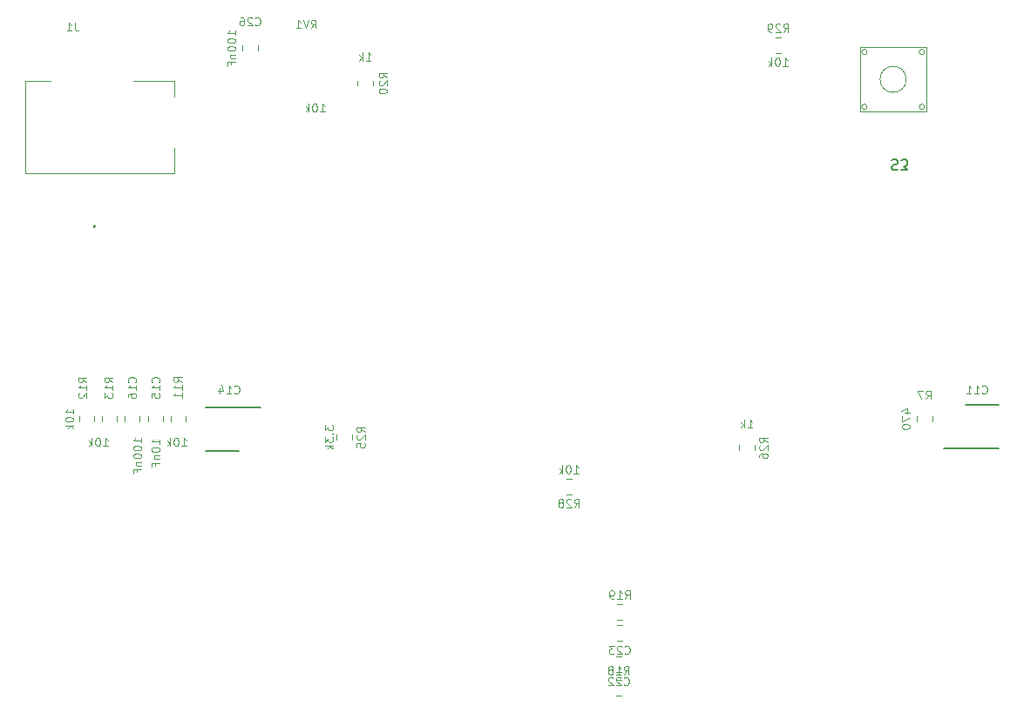
<source format=gbr>
%TF.GenerationSoftware,KiCad,Pcbnew,(6.0.0)*%
%TF.CreationDate,2022-01-14T09:31:31+02:00*%
%TF.ProjectId,uSDX_SMD,75534458-5f53-44d4-942e-6b696361645f,rev?*%
%TF.SameCoordinates,Original*%
%TF.FileFunction,Legend,Bot*%
%TF.FilePolarity,Positive*%
%FSLAX46Y46*%
G04 Gerber Fmt 4.6, Leading zero omitted, Abs format (unit mm)*
G04 Created by KiCad (PCBNEW (6.0.0)) date 2022-01-14 09:31:31*
%MOMM*%
%LPD*%
G01*
G04 APERTURE LIST*
%ADD10C,0.100000*%
%ADD11C,0.150000*%
%ADD12C,0.120000*%
%ADD13C,0.200000*%
G04 APERTURE END LIST*
D10*
%TO.C,R18*%
X71126285Y-86595904D02*
X71392952Y-86214952D01*
X71583428Y-86595904D02*
X71583428Y-85795904D01*
X71278666Y-85795904D01*
X71202476Y-85834000D01*
X71164380Y-85872095D01*
X71126285Y-85948285D01*
X71126285Y-86062571D01*
X71164380Y-86138761D01*
X71202476Y-86176857D01*
X71278666Y-86214952D01*
X71583428Y-86214952D01*
X70364380Y-86595904D02*
X70821523Y-86595904D01*
X70592952Y-86595904D02*
X70592952Y-85795904D01*
X70669142Y-85910190D01*
X70745333Y-85986380D01*
X70821523Y-86024476D01*
X69907238Y-86138761D02*
X69983428Y-86100666D01*
X70021523Y-86062571D01*
X70059619Y-85986380D01*
X70059619Y-85948285D01*
X70021523Y-85872095D01*
X69983428Y-85834000D01*
X69907238Y-85795904D01*
X69754857Y-85795904D01*
X69678666Y-85834000D01*
X69640571Y-85872095D01*
X69602476Y-85948285D01*
X69602476Y-85986380D01*
X69640571Y-86062571D01*
X69678666Y-86100666D01*
X69754857Y-86138761D01*
X69907238Y-86138761D01*
X69983428Y-86176857D01*
X70021523Y-86214952D01*
X70059619Y-86291142D01*
X70059619Y-86443523D01*
X70021523Y-86519714D01*
X69983428Y-86557809D01*
X69907238Y-86595904D01*
X69754857Y-86595904D01*
X69678666Y-86557809D01*
X69640571Y-86519714D01*
X69602476Y-86443523D01*
X69602476Y-86291142D01*
X69640571Y-86214952D01*
X69678666Y-86176857D01*
X69754857Y-86138761D01*
%TO.C,R19*%
X71229785Y-79229904D02*
X71496452Y-78848952D01*
X71686928Y-79229904D02*
X71686928Y-78429904D01*
X71382166Y-78429904D01*
X71305976Y-78468000D01*
X71267880Y-78506095D01*
X71229785Y-78582285D01*
X71229785Y-78696571D01*
X71267880Y-78772761D01*
X71305976Y-78810857D01*
X71382166Y-78848952D01*
X71686928Y-78848952D01*
X70467880Y-79229904D02*
X70925023Y-79229904D01*
X70696452Y-79229904D02*
X70696452Y-78429904D01*
X70772642Y-78544190D01*
X70848833Y-78620380D01*
X70925023Y-78658476D01*
X70086928Y-79229904D02*
X69934547Y-79229904D01*
X69858357Y-79191809D01*
X69820261Y-79153714D01*
X69744071Y-79039428D01*
X69705976Y-78887047D01*
X69705976Y-78582285D01*
X69744071Y-78506095D01*
X69782166Y-78468000D01*
X69858357Y-78429904D01*
X70010738Y-78429904D01*
X70086928Y-78468000D01*
X70125023Y-78506095D01*
X70163119Y-78582285D01*
X70163119Y-78772761D01*
X70125023Y-78848952D01*
X70086928Y-78887047D01*
X70010738Y-78925142D01*
X69858357Y-78925142D01*
X69782166Y-78887047D01*
X69744071Y-78848952D01*
X69705976Y-78772761D01*
%TO.C,C23*%
X71192285Y-84515714D02*
X71230380Y-84553809D01*
X71344666Y-84591904D01*
X71420857Y-84591904D01*
X71535142Y-84553809D01*
X71611333Y-84477619D01*
X71649428Y-84401428D01*
X71687523Y-84249047D01*
X71687523Y-84134761D01*
X71649428Y-83982380D01*
X71611333Y-83906190D01*
X71535142Y-83830000D01*
X71420857Y-83791904D01*
X71344666Y-83791904D01*
X71230380Y-83830000D01*
X71192285Y-83868095D01*
X70887523Y-83868095D02*
X70849428Y-83830000D01*
X70773238Y-83791904D01*
X70582761Y-83791904D01*
X70506571Y-83830000D01*
X70468476Y-83868095D01*
X70430380Y-83944285D01*
X70430380Y-84020476D01*
X70468476Y-84134761D01*
X70925619Y-84591904D01*
X70430380Y-84591904D01*
X70163714Y-83791904D02*
X69668476Y-83791904D01*
X69935142Y-84096666D01*
X69820857Y-84096666D01*
X69744666Y-84134761D01*
X69706571Y-84172857D01*
X69668476Y-84249047D01*
X69668476Y-84439523D01*
X69706571Y-84515714D01*
X69744666Y-84553809D01*
X69820857Y-84591904D01*
X70049428Y-84591904D01*
X70125619Y-84553809D01*
X70163714Y-84515714D01*
%TO.C,C22*%
X71126285Y-87563714D02*
X71164380Y-87601809D01*
X71278666Y-87639904D01*
X71354857Y-87639904D01*
X71469142Y-87601809D01*
X71545333Y-87525619D01*
X71583428Y-87449428D01*
X71621523Y-87297047D01*
X71621523Y-87182761D01*
X71583428Y-87030380D01*
X71545333Y-86954190D01*
X71469142Y-86878000D01*
X71354857Y-86839904D01*
X71278666Y-86839904D01*
X71164380Y-86878000D01*
X71126285Y-86916095D01*
X70821523Y-86916095D02*
X70783428Y-86878000D01*
X70707238Y-86839904D01*
X70516761Y-86839904D01*
X70440571Y-86878000D01*
X70402476Y-86916095D01*
X70364380Y-86992285D01*
X70364380Y-87068476D01*
X70402476Y-87182761D01*
X70859619Y-87639904D01*
X70364380Y-87639904D01*
X70059619Y-86916095D02*
X70021523Y-86878000D01*
X69945333Y-86839904D01*
X69754857Y-86839904D01*
X69678666Y-86878000D01*
X69640571Y-86916095D01*
X69602476Y-86992285D01*
X69602476Y-87068476D01*
X69640571Y-87182761D01*
X70097714Y-87639904D01*
X69602476Y-87639904D01*
D11*
%TO.C,S3*%
X97155095Y-36552238D02*
X97297952Y-36504619D01*
X97536047Y-36504619D01*
X97631285Y-36552238D01*
X97678904Y-36599857D01*
X97726523Y-36695095D01*
X97726523Y-36790333D01*
X97678904Y-36885571D01*
X97631285Y-36933190D01*
X97536047Y-36980809D01*
X97345571Y-37028428D01*
X97250333Y-37076047D01*
X97202714Y-37123666D01*
X97155095Y-37218904D01*
X97155095Y-37314142D01*
X97202714Y-37409380D01*
X97250333Y-37457000D01*
X97345571Y-37504619D01*
X97583666Y-37504619D01*
X97726523Y-37457000D01*
X98059857Y-37504619D02*
X98678904Y-37504619D01*
X98345571Y-37123666D01*
X98488428Y-37123666D01*
X98583666Y-37076047D01*
X98631285Y-37028428D01*
X98678904Y-36933190D01*
X98678904Y-36695095D01*
X98631285Y-36599857D01*
X98583666Y-36552238D01*
X98488428Y-36504619D01*
X98202714Y-36504619D01*
X98107476Y-36552238D01*
X98059857Y-36599857D01*
D10*
%TO.C,RV1*%
X40720190Y-23735904D02*
X40986857Y-23354952D01*
X41177333Y-23735904D02*
X41177333Y-22935904D01*
X40872571Y-22935904D01*
X40796380Y-22974000D01*
X40758285Y-23012095D01*
X40720190Y-23088285D01*
X40720190Y-23202571D01*
X40758285Y-23278761D01*
X40796380Y-23316857D01*
X40872571Y-23354952D01*
X41177333Y-23354952D01*
X40491619Y-22935904D02*
X40224952Y-23735904D01*
X39958285Y-22935904D01*
X39272571Y-23735904D02*
X39729714Y-23735904D01*
X39501142Y-23735904D02*
X39501142Y-22935904D01*
X39577333Y-23050190D01*
X39653523Y-23126380D01*
X39729714Y-23164476D01*
X41624190Y-31863904D02*
X42081333Y-31863904D01*
X41852761Y-31863904D02*
X41852761Y-31063904D01*
X41928952Y-31178190D01*
X42005142Y-31254380D01*
X42081333Y-31292476D01*
X41128952Y-31063904D02*
X41052761Y-31063904D01*
X40976571Y-31102000D01*
X40938476Y-31140095D01*
X40900380Y-31216285D01*
X40862285Y-31368666D01*
X40862285Y-31559142D01*
X40900380Y-31711523D01*
X40938476Y-31787714D01*
X40976571Y-31825809D01*
X41052761Y-31863904D01*
X41128952Y-31863904D01*
X41205142Y-31825809D01*
X41243238Y-31787714D01*
X41281333Y-31711523D01*
X41319428Y-31559142D01*
X41319428Y-31368666D01*
X41281333Y-31216285D01*
X41243238Y-31140095D01*
X41205142Y-31102000D01*
X41128952Y-31063904D01*
X40519428Y-31863904D02*
X40519428Y-31063904D01*
X40443238Y-31559142D02*
X40214666Y-31863904D01*
X40214666Y-31330571D02*
X40519428Y-31635333D01*
%TO.C,R20*%
X48113904Y-28545214D02*
X47732952Y-28278547D01*
X48113904Y-28088071D02*
X47313904Y-28088071D01*
X47313904Y-28392833D01*
X47352000Y-28469023D01*
X47390095Y-28507119D01*
X47466285Y-28545214D01*
X47580571Y-28545214D01*
X47656761Y-28507119D01*
X47694857Y-28469023D01*
X47732952Y-28392833D01*
X47732952Y-28088071D01*
X47390095Y-28849976D02*
X47352000Y-28888071D01*
X47313904Y-28964261D01*
X47313904Y-29154738D01*
X47352000Y-29230928D01*
X47390095Y-29269023D01*
X47466285Y-29307119D01*
X47542476Y-29307119D01*
X47656761Y-29269023D01*
X48113904Y-28811880D01*
X48113904Y-29307119D01*
X47313904Y-29802357D02*
X47313904Y-29878547D01*
X47352000Y-29954738D01*
X47390095Y-29992833D01*
X47466285Y-30030928D01*
X47618666Y-30069023D01*
X47809142Y-30069023D01*
X47961523Y-30030928D01*
X48037714Y-29992833D01*
X48075809Y-29954738D01*
X48113904Y-29878547D01*
X48113904Y-29802357D01*
X48075809Y-29726166D01*
X48037714Y-29688071D01*
X47961523Y-29649976D01*
X47809142Y-29611880D01*
X47618666Y-29611880D01*
X47466285Y-29649976D01*
X47390095Y-29688071D01*
X47352000Y-29726166D01*
X47313904Y-29802357D01*
X46069238Y-26881404D02*
X46526380Y-26881404D01*
X46297809Y-26881404D02*
X46297809Y-26081404D01*
X46374000Y-26195690D01*
X46450190Y-26271880D01*
X46526380Y-26309976D01*
X45726380Y-26881404D02*
X45726380Y-26081404D01*
X45650190Y-26576642D02*
X45421619Y-26881404D01*
X45421619Y-26348071D02*
X45726380Y-26652833D01*
%TO.C,R29*%
X86620285Y-24111904D02*
X86886952Y-23730952D01*
X87077428Y-24111904D02*
X87077428Y-23311904D01*
X86772666Y-23311904D01*
X86696476Y-23350000D01*
X86658380Y-23388095D01*
X86620285Y-23464285D01*
X86620285Y-23578571D01*
X86658380Y-23654761D01*
X86696476Y-23692857D01*
X86772666Y-23730952D01*
X87077428Y-23730952D01*
X86315523Y-23388095D02*
X86277428Y-23350000D01*
X86201238Y-23311904D01*
X86010761Y-23311904D01*
X85934571Y-23350000D01*
X85896476Y-23388095D01*
X85858380Y-23464285D01*
X85858380Y-23540476D01*
X85896476Y-23654761D01*
X86353619Y-24111904D01*
X85858380Y-24111904D01*
X85477428Y-24111904D02*
X85325047Y-24111904D01*
X85248857Y-24073809D01*
X85210761Y-24035714D01*
X85134571Y-23921428D01*
X85096476Y-23769047D01*
X85096476Y-23464285D01*
X85134571Y-23388095D01*
X85172666Y-23350000D01*
X85248857Y-23311904D01*
X85401238Y-23311904D01*
X85477428Y-23350000D01*
X85515523Y-23388095D01*
X85553619Y-23464285D01*
X85553619Y-23654761D01*
X85515523Y-23730952D01*
X85477428Y-23769047D01*
X85401238Y-23807142D01*
X85248857Y-23807142D01*
X85172666Y-23769047D01*
X85134571Y-23730952D01*
X85096476Y-23654761D01*
X86582190Y-27411904D02*
X87039333Y-27411904D01*
X86810761Y-27411904D02*
X86810761Y-26611904D01*
X86886952Y-26726190D01*
X86963142Y-26802380D01*
X87039333Y-26840476D01*
X86086952Y-26611904D02*
X86010761Y-26611904D01*
X85934571Y-26650000D01*
X85896476Y-26688095D01*
X85858380Y-26764285D01*
X85820285Y-26916666D01*
X85820285Y-27107142D01*
X85858380Y-27259523D01*
X85896476Y-27335714D01*
X85934571Y-27373809D01*
X86010761Y-27411904D01*
X86086952Y-27411904D01*
X86163142Y-27373809D01*
X86201238Y-27335714D01*
X86239333Y-27259523D01*
X86277428Y-27107142D01*
X86277428Y-26916666D01*
X86239333Y-26764285D01*
X86201238Y-26688095D01*
X86163142Y-26650000D01*
X86086952Y-26611904D01*
X85477428Y-27411904D02*
X85477428Y-26611904D01*
X85401238Y-27107142D02*
X85172666Y-27411904D01*
X85172666Y-26878571D02*
X85477428Y-27183333D01*
%TO.C,C26*%
X35312285Y-23399714D02*
X35350380Y-23437809D01*
X35464666Y-23475904D01*
X35540857Y-23475904D01*
X35655142Y-23437809D01*
X35731333Y-23361619D01*
X35769428Y-23285428D01*
X35807523Y-23133047D01*
X35807523Y-23018761D01*
X35769428Y-22866380D01*
X35731333Y-22790190D01*
X35655142Y-22714000D01*
X35540857Y-22675904D01*
X35464666Y-22675904D01*
X35350380Y-22714000D01*
X35312285Y-22752095D01*
X35007523Y-22752095D02*
X34969428Y-22714000D01*
X34893238Y-22675904D01*
X34702761Y-22675904D01*
X34626571Y-22714000D01*
X34588476Y-22752095D01*
X34550380Y-22828285D01*
X34550380Y-22904476D01*
X34588476Y-23018761D01*
X35045619Y-23475904D01*
X34550380Y-23475904D01*
X33864666Y-22675904D02*
X34017047Y-22675904D01*
X34093238Y-22714000D01*
X34131333Y-22752095D01*
X34207523Y-22866380D01*
X34245619Y-23018761D01*
X34245619Y-23323523D01*
X34207523Y-23399714D01*
X34169428Y-23437809D01*
X34093238Y-23475904D01*
X33940857Y-23475904D01*
X33864666Y-23437809D01*
X33826571Y-23399714D01*
X33788476Y-23323523D01*
X33788476Y-23133047D01*
X33826571Y-23056857D01*
X33864666Y-23018761D01*
X33940857Y-22980666D01*
X34093238Y-22980666D01*
X34169428Y-23018761D01*
X34207523Y-23056857D01*
X34245619Y-23133047D01*
X33381904Y-24415904D02*
X33381904Y-23958761D01*
X33381904Y-24187333D02*
X32581904Y-24187333D01*
X32696190Y-24111142D01*
X32772380Y-24034952D01*
X32810476Y-23958761D01*
X32581904Y-24911142D02*
X32581904Y-24987333D01*
X32620000Y-25063523D01*
X32658095Y-25101619D01*
X32734285Y-25139714D01*
X32886666Y-25177809D01*
X33077142Y-25177809D01*
X33229523Y-25139714D01*
X33305714Y-25101619D01*
X33343809Y-25063523D01*
X33381904Y-24987333D01*
X33381904Y-24911142D01*
X33343809Y-24834952D01*
X33305714Y-24796857D01*
X33229523Y-24758761D01*
X33077142Y-24720666D01*
X32886666Y-24720666D01*
X32734285Y-24758761D01*
X32658095Y-24796857D01*
X32620000Y-24834952D01*
X32581904Y-24911142D01*
X32581904Y-25673047D02*
X32581904Y-25749238D01*
X32620000Y-25825428D01*
X32658095Y-25863523D01*
X32734285Y-25901619D01*
X32886666Y-25939714D01*
X33077142Y-25939714D01*
X33229523Y-25901619D01*
X33305714Y-25863523D01*
X33343809Y-25825428D01*
X33381904Y-25749238D01*
X33381904Y-25673047D01*
X33343809Y-25596857D01*
X33305714Y-25558761D01*
X33229523Y-25520666D01*
X33077142Y-25482571D01*
X32886666Y-25482571D01*
X32734285Y-25520666D01*
X32658095Y-25558761D01*
X32620000Y-25596857D01*
X32581904Y-25673047D01*
X32848571Y-26282571D02*
X33381904Y-26282571D01*
X32924761Y-26282571D02*
X32886666Y-26320666D01*
X32848571Y-26396857D01*
X32848571Y-26511142D01*
X32886666Y-26587333D01*
X32962857Y-26625428D01*
X33381904Y-26625428D01*
X32962857Y-27273047D02*
X32962857Y-27006380D01*
X33381904Y-27006380D02*
X32581904Y-27006380D01*
X32581904Y-27387333D01*
%TO.C,C11*%
X105924285Y-59213714D02*
X105962380Y-59251809D01*
X106076666Y-59289904D01*
X106152857Y-59289904D01*
X106267142Y-59251809D01*
X106343333Y-59175619D01*
X106381428Y-59099428D01*
X106419523Y-58947047D01*
X106419523Y-58832761D01*
X106381428Y-58680380D01*
X106343333Y-58604190D01*
X106267142Y-58528000D01*
X106152857Y-58489904D01*
X106076666Y-58489904D01*
X105962380Y-58528000D01*
X105924285Y-58566095D01*
X105162380Y-59289904D02*
X105619523Y-59289904D01*
X105390952Y-59289904D02*
X105390952Y-58489904D01*
X105467142Y-58604190D01*
X105543333Y-58680380D01*
X105619523Y-58718476D01*
X104400476Y-59289904D02*
X104857619Y-59289904D01*
X104629047Y-59289904D02*
X104629047Y-58489904D01*
X104705238Y-58604190D01*
X104781428Y-58680380D01*
X104857619Y-58718476D01*
%TO.C,C14*%
X33280285Y-59213714D02*
X33318380Y-59251809D01*
X33432666Y-59289904D01*
X33508857Y-59289904D01*
X33623142Y-59251809D01*
X33699333Y-59175619D01*
X33737428Y-59099428D01*
X33775523Y-58947047D01*
X33775523Y-58832761D01*
X33737428Y-58680380D01*
X33699333Y-58604190D01*
X33623142Y-58528000D01*
X33508857Y-58489904D01*
X33432666Y-58489904D01*
X33318380Y-58528000D01*
X33280285Y-58566095D01*
X32518380Y-59289904D02*
X32975523Y-59289904D01*
X32746952Y-59289904D02*
X32746952Y-58489904D01*
X32823142Y-58604190D01*
X32899333Y-58680380D01*
X32975523Y-58718476D01*
X31832666Y-58756571D02*
X31832666Y-59289904D01*
X32023142Y-58451809D02*
X32213619Y-59023238D01*
X31718380Y-59023238D01*
%TO.C,C15*%
X25939714Y-58159714D02*
X25977809Y-58121619D01*
X26015904Y-58007333D01*
X26015904Y-57931142D01*
X25977809Y-57816857D01*
X25901619Y-57740666D01*
X25825428Y-57702571D01*
X25673047Y-57664476D01*
X25558761Y-57664476D01*
X25406380Y-57702571D01*
X25330190Y-57740666D01*
X25254000Y-57816857D01*
X25215904Y-57931142D01*
X25215904Y-58007333D01*
X25254000Y-58121619D01*
X25292095Y-58159714D01*
X26015904Y-58921619D02*
X26015904Y-58464476D01*
X26015904Y-58693047D02*
X25215904Y-58693047D01*
X25330190Y-58616857D01*
X25406380Y-58540666D01*
X25444476Y-58464476D01*
X25215904Y-59645428D02*
X25215904Y-59264476D01*
X25596857Y-59226380D01*
X25558761Y-59264476D01*
X25520666Y-59340666D01*
X25520666Y-59531142D01*
X25558761Y-59607333D01*
X25596857Y-59645428D01*
X25673047Y-59683523D01*
X25863523Y-59683523D01*
X25939714Y-59645428D01*
X25977809Y-59607333D01*
X26015904Y-59531142D01*
X26015904Y-59340666D01*
X25977809Y-59264476D01*
X25939714Y-59226380D01*
X26015904Y-64166857D02*
X26015904Y-63709714D01*
X26015904Y-63938285D02*
X25215904Y-63938285D01*
X25330190Y-63862095D01*
X25406380Y-63785904D01*
X25444476Y-63709714D01*
X25215904Y-64662095D02*
X25215904Y-64738285D01*
X25254000Y-64814476D01*
X25292095Y-64852571D01*
X25368285Y-64890666D01*
X25520666Y-64928761D01*
X25711142Y-64928761D01*
X25863523Y-64890666D01*
X25939714Y-64852571D01*
X25977809Y-64814476D01*
X26015904Y-64738285D01*
X26015904Y-64662095D01*
X25977809Y-64585904D01*
X25939714Y-64547809D01*
X25863523Y-64509714D01*
X25711142Y-64471619D01*
X25520666Y-64471619D01*
X25368285Y-64509714D01*
X25292095Y-64547809D01*
X25254000Y-64585904D01*
X25215904Y-64662095D01*
X25482571Y-65271619D02*
X26015904Y-65271619D01*
X25558761Y-65271619D02*
X25520666Y-65309714D01*
X25482571Y-65385904D01*
X25482571Y-65500190D01*
X25520666Y-65576380D01*
X25596857Y-65614476D01*
X26015904Y-65614476D01*
X25596857Y-66262095D02*
X25596857Y-65995428D01*
X26015904Y-65995428D02*
X25215904Y-65995428D01*
X25215904Y-66376380D01*
%TO.C,C16*%
X23653714Y-58159714D02*
X23691809Y-58121619D01*
X23729904Y-58007333D01*
X23729904Y-57931142D01*
X23691809Y-57816857D01*
X23615619Y-57740666D01*
X23539428Y-57702571D01*
X23387047Y-57664476D01*
X23272761Y-57664476D01*
X23120380Y-57702571D01*
X23044190Y-57740666D01*
X22968000Y-57816857D01*
X22929904Y-57931142D01*
X22929904Y-58007333D01*
X22968000Y-58121619D01*
X23006095Y-58159714D01*
X23729904Y-58921619D02*
X23729904Y-58464476D01*
X23729904Y-58693047D02*
X22929904Y-58693047D01*
X23044190Y-58616857D01*
X23120380Y-58540666D01*
X23158476Y-58464476D01*
X22929904Y-59607333D02*
X22929904Y-59454952D01*
X22968000Y-59378761D01*
X23006095Y-59340666D01*
X23120380Y-59264476D01*
X23272761Y-59226380D01*
X23577523Y-59226380D01*
X23653714Y-59264476D01*
X23691809Y-59302571D01*
X23729904Y-59378761D01*
X23729904Y-59531142D01*
X23691809Y-59607333D01*
X23653714Y-59645428D01*
X23577523Y-59683523D01*
X23387047Y-59683523D01*
X23310857Y-59645428D01*
X23272761Y-59607333D01*
X23234666Y-59531142D01*
X23234666Y-59378761D01*
X23272761Y-59302571D01*
X23310857Y-59264476D01*
X23387047Y-59226380D01*
X24237904Y-64039904D02*
X24237904Y-63582761D01*
X24237904Y-63811333D02*
X23437904Y-63811333D01*
X23552190Y-63735142D01*
X23628380Y-63658952D01*
X23666476Y-63582761D01*
X23437904Y-64535142D02*
X23437904Y-64611333D01*
X23476000Y-64687523D01*
X23514095Y-64725619D01*
X23590285Y-64763714D01*
X23742666Y-64801809D01*
X23933142Y-64801809D01*
X24085523Y-64763714D01*
X24161714Y-64725619D01*
X24199809Y-64687523D01*
X24237904Y-64611333D01*
X24237904Y-64535142D01*
X24199809Y-64458952D01*
X24161714Y-64420857D01*
X24085523Y-64382761D01*
X23933142Y-64344666D01*
X23742666Y-64344666D01*
X23590285Y-64382761D01*
X23514095Y-64420857D01*
X23476000Y-64458952D01*
X23437904Y-64535142D01*
X23437904Y-65297047D02*
X23437904Y-65373238D01*
X23476000Y-65449428D01*
X23514095Y-65487523D01*
X23590285Y-65525619D01*
X23742666Y-65563714D01*
X23933142Y-65563714D01*
X24085523Y-65525619D01*
X24161714Y-65487523D01*
X24199809Y-65449428D01*
X24237904Y-65373238D01*
X24237904Y-65297047D01*
X24199809Y-65220857D01*
X24161714Y-65182761D01*
X24085523Y-65144666D01*
X23933142Y-65106571D01*
X23742666Y-65106571D01*
X23590285Y-65144666D01*
X23514095Y-65182761D01*
X23476000Y-65220857D01*
X23437904Y-65297047D01*
X23704571Y-65906571D02*
X24237904Y-65906571D01*
X23780761Y-65906571D02*
X23742666Y-65944666D01*
X23704571Y-66020857D01*
X23704571Y-66135142D01*
X23742666Y-66211333D01*
X23818857Y-66249428D01*
X24237904Y-66249428D01*
X23818857Y-66897047D02*
X23818857Y-66630380D01*
X24237904Y-66630380D02*
X23437904Y-66630380D01*
X23437904Y-67011333D01*
%TO.C,R11*%
X28164365Y-58138489D02*
X27783413Y-57871822D01*
X28164365Y-57681346D02*
X27364365Y-57681346D01*
X27364365Y-57986108D01*
X27402461Y-58062298D01*
X27440556Y-58100394D01*
X27516746Y-58138489D01*
X27631032Y-58138489D01*
X27707222Y-58100394D01*
X27745318Y-58062298D01*
X27783413Y-57986108D01*
X27783413Y-57681346D01*
X28164365Y-58900394D02*
X28164365Y-58443251D01*
X28164365Y-58671822D02*
X27364365Y-58671822D01*
X27478651Y-58595632D01*
X27554841Y-58519441D01*
X27592937Y-58443251D01*
X28164365Y-59662298D02*
X28164365Y-59205155D01*
X28164365Y-59433727D02*
X27364365Y-59433727D01*
X27478651Y-59357536D01*
X27554841Y-59281346D01*
X27592937Y-59205155D01*
X28162190Y-64369904D02*
X28619333Y-64369904D01*
X28390761Y-64369904D02*
X28390761Y-63569904D01*
X28466952Y-63684190D01*
X28543142Y-63760380D01*
X28619333Y-63798476D01*
X27666952Y-63569904D02*
X27590761Y-63569904D01*
X27514571Y-63608000D01*
X27476476Y-63646095D01*
X27438380Y-63722285D01*
X27400285Y-63874666D01*
X27400285Y-64065142D01*
X27438380Y-64217523D01*
X27476476Y-64293714D01*
X27514571Y-64331809D01*
X27590761Y-64369904D01*
X27666952Y-64369904D01*
X27743142Y-64331809D01*
X27781238Y-64293714D01*
X27819333Y-64217523D01*
X27857428Y-64065142D01*
X27857428Y-63874666D01*
X27819333Y-63722285D01*
X27781238Y-63646095D01*
X27743142Y-63608000D01*
X27666952Y-63569904D01*
X27057428Y-64369904D02*
X27057428Y-63569904D01*
X26981238Y-64065142D02*
X26752666Y-64369904D01*
X26752666Y-63836571D02*
X27057428Y-64141333D01*
%TO.C,R7*%
X100463333Y-59797904D02*
X100730000Y-59416952D01*
X100920476Y-59797904D02*
X100920476Y-58997904D01*
X100615714Y-58997904D01*
X100539523Y-59036000D01*
X100501428Y-59074095D01*
X100463333Y-59150285D01*
X100463333Y-59264571D01*
X100501428Y-59340761D01*
X100539523Y-59378857D01*
X100615714Y-59416952D01*
X100920476Y-59416952D01*
X100196666Y-58997904D02*
X99663333Y-58997904D01*
X100006190Y-59797904D01*
X98380571Y-61112476D02*
X98913904Y-61112476D01*
X98075809Y-60922000D02*
X98647238Y-60731523D01*
X98647238Y-61226761D01*
X98113904Y-61455333D02*
X98113904Y-61988666D01*
X98913904Y-61645809D01*
X98113904Y-62445809D02*
X98113904Y-62522000D01*
X98152000Y-62598190D01*
X98190095Y-62636285D01*
X98266285Y-62674380D01*
X98418666Y-62712476D01*
X98609142Y-62712476D01*
X98761523Y-62674380D01*
X98837714Y-62636285D01*
X98875809Y-62598190D01*
X98913904Y-62522000D01*
X98913904Y-62445809D01*
X98875809Y-62369619D01*
X98837714Y-62331523D01*
X98761523Y-62293428D01*
X98609142Y-62255333D01*
X98418666Y-62255333D01*
X98266285Y-62293428D01*
X98190095Y-62331523D01*
X98152000Y-62369619D01*
X98113904Y-62445809D01*
%TO.C,R12*%
X18903904Y-58159714D02*
X18522952Y-57893047D01*
X18903904Y-57702571D02*
X18103904Y-57702571D01*
X18103904Y-58007333D01*
X18142000Y-58083523D01*
X18180095Y-58121619D01*
X18256285Y-58159714D01*
X18370571Y-58159714D01*
X18446761Y-58121619D01*
X18484857Y-58083523D01*
X18522952Y-58007333D01*
X18522952Y-57702571D01*
X18903904Y-58921619D02*
X18903904Y-58464476D01*
X18903904Y-58693047D02*
X18103904Y-58693047D01*
X18218190Y-58616857D01*
X18294380Y-58540666D01*
X18332476Y-58464476D01*
X18180095Y-59226380D02*
X18142000Y-59264476D01*
X18103904Y-59340666D01*
X18103904Y-59531142D01*
X18142000Y-59607333D01*
X18180095Y-59645428D01*
X18256285Y-59683523D01*
X18332476Y-59683523D01*
X18446761Y-59645428D01*
X18903904Y-59188285D01*
X18903904Y-59683523D01*
X17633904Y-61245809D02*
X17633904Y-60788666D01*
X17633904Y-61017238D02*
X16833904Y-61017238D01*
X16948190Y-60941047D01*
X17024380Y-60864857D01*
X17062476Y-60788666D01*
X16833904Y-61741047D02*
X16833904Y-61817238D01*
X16872000Y-61893428D01*
X16910095Y-61931523D01*
X16986285Y-61969619D01*
X17138666Y-62007714D01*
X17329142Y-62007714D01*
X17481523Y-61969619D01*
X17557714Y-61931523D01*
X17595809Y-61893428D01*
X17633904Y-61817238D01*
X17633904Y-61741047D01*
X17595809Y-61664857D01*
X17557714Y-61626761D01*
X17481523Y-61588666D01*
X17329142Y-61550571D01*
X17138666Y-61550571D01*
X16986285Y-61588666D01*
X16910095Y-61626761D01*
X16872000Y-61664857D01*
X16833904Y-61741047D01*
X17633904Y-62350571D02*
X16833904Y-62350571D01*
X17329142Y-62426761D02*
X17633904Y-62655333D01*
X17100571Y-62655333D02*
X17405333Y-62350571D01*
%TO.C,R13*%
X21443904Y-58159714D02*
X21062952Y-57893047D01*
X21443904Y-57702571D02*
X20643904Y-57702571D01*
X20643904Y-58007333D01*
X20682000Y-58083523D01*
X20720095Y-58121619D01*
X20796285Y-58159714D01*
X20910571Y-58159714D01*
X20986761Y-58121619D01*
X21024857Y-58083523D01*
X21062952Y-58007333D01*
X21062952Y-57702571D01*
X21443904Y-58921619D02*
X21443904Y-58464476D01*
X21443904Y-58693047D02*
X20643904Y-58693047D01*
X20758190Y-58616857D01*
X20834380Y-58540666D01*
X20872476Y-58464476D01*
X20643904Y-59188285D02*
X20643904Y-59683523D01*
X20948666Y-59416857D01*
X20948666Y-59531142D01*
X20986761Y-59607333D01*
X21024857Y-59645428D01*
X21101047Y-59683523D01*
X21291523Y-59683523D01*
X21367714Y-59645428D01*
X21405809Y-59607333D01*
X21443904Y-59531142D01*
X21443904Y-59302571D01*
X21405809Y-59226380D01*
X21367714Y-59188285D01*
X20542190Y-64369904D02*
X20999333Y-64369904D01*
X20770761Y-64369904D02*
X20770761Y-63569904D01*
X20846952Y-63684190D01*
X20923142Y-63760380D01*
X20999333Y-63798476D01*
X20046952Y-63569904D02*
X19970761Y-63569904D01*
X19894571Y-63608000D01*
X19856476Y-63646095D01*
X19818380Y-63722285D01*
X19780285Y-63874666D01*
X19780285Y-64065142D01*
X19818380Y-64217523D01*
X19856476Y-64293714D01*
X19894571Y-64331809D01*
X19970761Y-64369904D01*
X20046952Y-64369904D01*
X20123142Y-64331809D01*
X20161238Y-64293714D01*
X20199333Y-64217523D01*
X20237428Y-64065142D01*
X20237428Y-63874666D01*
X20199333Y-63722285D01*
X20161238Y-63646095D01*
X20123142Y-63608000D01*
X20046952Y-63569904D01*
X19437428Y-64369904D02*
X19437428Y-63569904D01*
X19361238Y-64065142D02*
X19132666Y-64369904D01*
X19132666Y-63836571D02*
X19437428Y-64141333D01*
%TO.C,R25*%
X45953904Y-62985714D02*
X45572952Y-62719047D01*
X45953904Y-62528571D02*
X45153904Y-62528571D01*
X45153904Y-62833333D01*
X45192000Y-62909523D01*
X45230095Y-62947619D01*
X45306285Y-62985714D01*
X45420571Y-62985714D01*
X45496761Y-62947619D01*
X45534857Y-62909523D01*
X45572952Y-62833333D01*
X45572952Y-62528571D01*
X45230095Y-63290476D02*
X45192000Y-63328571D01*
X45153904Y-63404761D01*
X45153904Y-63595238D01*
X45192000Y-63671428D01*
X45230095Y-63709523D01*
X45306285Y-63747619D01*
X45382476Y-63747619D01*
X45496761Y-63709523D01*
X45953904Y-63252380D01*
X45953904Y-63747619D01*
X45153904Y-64471428D02*
X45153904Y-64090476D01*
X45534857Y-64052380D01*
X45496761Y-64090476D01*
X45458666Y-64166666D01*
X45458666Y-64357142D01*
X45496761Y-64433333D01*
X45534857Y-64471428D01*
X45611047Y-64509523D01*
X45801523Y-64509523D01*
X45877714Y-64471428D01*
X45915809Y-64433333D01*
X45953904Y-64357142D01*
X45953904Y-64166666D01*
X45915809Y-64090476D01*
X45877714Y-64052380D01*
X42048175Y-62331545D02*
X42048175Y-62826783D01*
X42352937Y-62560116D01*
X42352937Y-62674402D01*
X42391032Y-62750592D01*
X42429128Y-62788688D01*
X42505318Y-62826783D01*
X42695794Y-62826783D01*
X42771985Y-62788688D01*
X42810080Y-62750592D01*
X42848175Y-62674402D01*
X42848175Y-62445830D01*
X42810080Y-62369640D01*
X42771985Y-62331545D01*
X42771985Y-63169640D02*
X42810080Y-63207735D01*
X42848175Y-63169640D01*
X42810080Y-63131545D01*
X42771985Y-63169640D01*
X42848175Y-63169640D01*
X42048175Y-63474402D02*
X42048175Y-63969640D01*
X42352937Y-63702973D01*
X42352937Y-63817259D01*
X42391032Y-63893450D01*
X42429128Y-63931545D01*
X42505318Y-63969640D01*
X42695794Y-63969640D01*
X42771985Y-63931545D01*
X42810080Y-63893450D01*
X42848175Y-63817259D01*
X42848175Y-63588688D01*
X42810080Y-63512497D01*
X42771985Y-63474402D01*
X42848175Y-64312497D02*
X42048175Y-64312497D01*
X42543413Y-64388688D02*
X42848175Y-64617259D01*
X42314842Y-64617259D02*
X42619604Y-64312497D01*
%TO.C,R26*%
X85069904Y-64001714D02*
X84688952Y-63735047D01*
X85069904Y-63544571D02*
X84269904Y-63544571D01*
X84269904Y-63849333D01*
X84308000Y-63925523D01*
X84346095Y-63963619D01*
X84422285Y-64001714D01*
X84536571Y-64001714D01*
X84612761Y-63963619D01*
X84650857Y-63925523D01*
X84688952Y-63849333D01*
X84688952Y-63544571D01*
X84346095Y-64306476D02*
X84308000Y-64344571D01*
X84269904Y-64420761D01*
X84269904Y-64611238D01*
X84308000Y-64687428D01*
X84346095Y-64725523D01*
X84422285Y-64763619D01*
X84498476Y-64763619D01*
X84612761Y-64725523D01*
X85069904Y-64268380D01*
X85069904Y-64763619D01*
X84269904Y-65449333D02*
X84269904Y-65296952D01*
X84308000Y-65220761D01*
X84346095Y-65182666D01*
X84460380Y-65106476D01*
X84612761Y-65068380D01*
X84917523Y-65068380D01*
X84993714Y-65106476D01*
X85031809Y-65144571D01*
X85069904Y-65220761D01*
X85069904Y-65373142D01*
X85031809Y-65449333D01*
X84993714Y-65487428D01*
X84917523Y-65525523D01*
X84727047Y-65525523D01*
X84650857Y-65487428D01*
X84612761Y-65449333D01*
X84574666Y-65373142D01*
X84574666Y-65220761D01*
X84612761Y-65144571D01*
X84650857Y-65106476D01*
X84727047Y-65068380D01*
X83153238Y-62591904D02*
X83610380Y-62591904D01*
X83381809Y-62591904D02*
X83381809Y-61791904D01*
X83458000Y-61906190D01*
X83534190Y-61982380D01*
X83610380Y-62020476D01*
X82810380Y-62591904D02*
X82810380Y-61791904D01*
X82734190Y-62287142D02*
X82505619Y-62591904D01*
X82505619Y-62058571D02*
X82810380Y-62363333D01*
%TO.C,R28*%
X66300285Y-70337904D02*
X66566952Y-69956952D01*
X66757428Y-70337904D02*
X66757428Y-69537904D01*
X66452666Y-69537904D01*
X66376476Y-69576000D01*
X66338380Y-69614095D01*
X66300285Y-69690285D01*
X66300285Y-69804571D01*
X66338380Y-69880761D01*
X66376476Y-69918857D01*
X66452666Y-69956952D01*
X66757428Y-69956952D01*
X65995523Y-69614095D02*
X65957428Y-69576000D01*
X65881238Y-69537904D01*
X65690761Y-69537904D01*
X65614571Y-69576000D01*
X65576476Y-69614095D01*
X65538380Y-69690285D01*
X65538380Y-69766476D01*
X65576476Y-69880761D01*
X66033619Y-70337904D01*
X65538380Y-70337904D01*
X65081238Y-69880761D02*
X65157428Y-69842666D01*
X65195523Y-69804571D01*
X65233619Y-69728380D01*
X65233619Y-69690285D01*
X65195523Y-69614095D01*
X65157428Y-69576000D01*
X65081238Y-69537904D01*
X64928857Y-69537904D01*
X64852666Y-69576000D01*
X64814571Y-69614095D01*
X64776476Y-69690285D01*
X64776476Y-69728380D01*
X64814571Y-69804571D01*
X64852666Y-69842666D01*
X64928857Y-69880761D01*
X65081238Y-69880761D01*
X65157428Y-69918857D01*
X65195523Y-69956952D01*
X65233619Y-70033142D01*
X65233619Y-70185523D01*
X65195523Y-70261714D01*
X65157428Y-70299809D01*
X65081238Y-70337904D01*
X64928857Y-70337904D01*
X64852666Y-70299809D01*
X64814571Y-70261714D01*
X64776476Y-70185523D01*
X64776476Y-70033142D01*
X64814571Y-69956952D01*
X64852666Y-69918857D01*
X64928857Y-69880761D01*
X66262190Y-67037904D02*
X66719333Y-67037904D01*
X66490761Y-67037904D02*
X66490761Y-66237904D01*
X66566952Y-66352190D01*
X66643142Y-66428380D01*
X66719333Y-66466476D01*
X65766952Y-66237904D02*
X65690761Y-66237904D01*
X65614571Y-66276000D01*
X65576476Y-66314095D01*
X65538380Y-66390285D01*
X65500285Y-66542666D01*
X65500285Y-66733142D01*
X65538380Y-66885523D01*
X65576476Y-66961714D01*
X65614571Y-66999809D01*
X65690761Y-67037904D01*
X65766952Y-67037904D01*
X65843142Y-66999809D01*
X65881238Y-66961714D01*
X65919333Y-66885523D01*
X65957428Y-66733142D01*
X65957428Y-66542666D01*
X65919333Y-66390285D01*
X65881238Y-66314095D01*
X65843142Y-66276000D01*
X65766952Y-66237904D01*
X65157428Y-67037904D02*
X65157428Y-66237904D01*
X65081238Y-66733142D02*
X64852666Y-67037904D01*
X64852666Y-66504571D02*
X65157428Y-66809333D01*
%TO.C,J1*%
X17792666Y-23183904D02*
X17792666Y-23755333D01*
X17830761Y-23869619D01*
X17906952Y-23945809D01*
X18021238Y-23983904D01*
X18097428Y-23983904D01*
X16992666Y-23983904D02*
X17449809Y-23983904D01*
X17221238Y-23983904D02*
X17221238Y-23183904D01*
X17297428Y-23298190D01*
X17373619Y-23374380D01*
X17449809Y-23412476D01*
D12*
%TO.C,R18*%
X70839064Y-87149000D02*
X70384936Y-87149000D01*
X70839064Y-88619000D02*
X70384936Y-88619000D01*
%TO.C,R19*%
X70942564Y-81253000D02*
X70488436Y-81253000D01*
X70942564Y-79783000D02*
X70488436Y-79783000D01*
%TO.C,C23*%
X70416748Y-83285000D02*
X70939252Y-83285000D01*
X70416748Y-81815000D02*
X70939252Y-81815000D01*
%TO.C,C22*%
X70350748Y-86333000D02*
X70873252Y-86333000D01*
X70350748Y-84863000D02*
X70873252Y-84863000D01*
%TO.C,S3*%
X100482000Y-31802000D02*
X100482000Y-25602000D01*
X94082000Y-25602000D02*
X100482000Y-25602000D01*
X94082000Y-31802000D02*
X100482000Y-31802000D01*
X94082000Y-31802000D02*
X94082000Y-25602000D01*
X94742000Y-31369000D02*
G75*
G03*
X94742000Y-31369000I-254000J0D01*
G01*
X100330000Y-31369000D02*
G75*
G03*
X100330000Y-31369000I-254000J0D01*
G01*
X100330000Y-26035000D02*
G75*
G03*
X100330000Y-26035000I-254000J0D01*
G01*
X98552000Y-28702000D02*
G75*
G03*
X98552000Y-28702000I-1270000J0D01*
G01*
X94742000Y-26035000D02*
G75*
G03*
X94742000Y-26035000I-254000J0D01*
G01*
%TO.C,R20*%
X46709000Y-28832436D02*
X46709000Y-29286564D01*
X45239000Y-28832436D02*
X45239000Y-29286564D01*
%TO.C,R29*%
X86333064Y-24665000D02*
X85878936Y-24665000D01*
X86333064Y-26135000D02*
X85878936Y-26135000D01*
%TO.C,C26*%
X34063000Y-25392748D02*
X34063000Y-25915252D01*
X35533000Y-25392748D02*
X35533000Y-25915252D01*
D13*
%TO.C,C11*%
X104335000Y-60334000D02*
X107560000Y-60334000D01*
X102210000Y-64634000D02*
X107560000Y-64634000D01*
%TO.C,C14*%
X33741995Y-64888000D02*
X30516995Y-64888000D01*
X35866995Y-60588000D02*
X30516995Y-60588000D01*
D12*
%TO.C,C15*%
X24879000Y-61460748D02*
X24879000Y-61983252D01*
X26349000Y-61460748D02*
X26349000Y-61983252D01*
%TO.C,C16*%
X22626500Y-61460748D02*
X22626500Y-61983252D01*
X24096500Y-61460748D02*
X24096500Y-61983252D01*
%TO.C,R11*%
X27101500Y-61494936D02*
X27101500Y-61949064D01*
X28571500Y-61494936D02*
X28571500Y-61949064D01*
%TO.C,R7*%
X99595000Y-61494936D02*
X99595000Y-61949064D01*
X101065000Y-61494936D02*
X101065000Y-61949064D01*
%TO.C,R12*%
X19681500Y-61494936D02*
X19681500Y-61949064D01*
X18211500Y-61494936D02*
X18211500Y-61949064D01*
%TO.C,R13*%
X21874000Y-61494936D02*
X21874000Y-61949064D01*
X20404000Y-61494936D02*
X20404000Y-61949064D01*
%TO.C,R25*%
X43207000Y-63727064D02*
X43207000Y-63272936D01*
X44677000Y-63727064D02*
X44677000Y-63272936D01*
%TO.C,R26*%
X82323000Y-64743064D02*
X82323000Y-64288936D01*
X83793000Y-64743064D02*
X83793000Y-64288936D01*
%TO.C,R28*%
X65558936Y-67591000D02*
X66013064Y-67591000D01*
X65558936Y-69061000D02*
X66013064Y-69061000D01*
D10*
%TO.C,J1*%
X27429800Y-37850300D02*
X27429800Y-35350300D01*
X15429800Y-28850300D02*
X12929800Y-28850300D01*
X12929800Y-28850300D02*
X12929800Y-37850300D01*
X27429800Y-30350300D02*
X27429800Y-28850300D01*
D13*
X19694800Y-42923300D02*
X19694800Y-42923300D01*
D10*
X12929800Y-37850300D02*
X27429800Y-37850300D01*
X27429800Y-28850300D02*
X23429800Y-28850300D01*
D13*
X19694800Y-43123300D02*
X19694800Y-43123300D01*
X19694800Y-42923300D02*
G75*
G03*
X19694800Y-43123300I0J-100000D01*
G01*
X19694800Y-43123300D02*
G75*
G03*
X19694800Y-42923300I0J100000D01*
G01*
%TD*%
M02*

</source>
